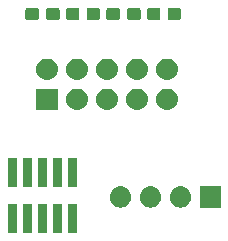
<source format=gbr>
%TF.GenerationSoftware,KiCad,Pcbnew,5.0.2*%
%TF.CreationDate,2019-04-27T21:36:03+08:00*%
%TF.ProjectId,aw-sd-dbg,61772d73-642d-4646-9267-2e6b69636164,rev?*%
%TF.SameCoordinates,Original*%
%TF.FileFunction,Soldermask,Top*%
%TF.FilePolarity,Negative*%
%FSLAX46Y46*%
G04 Gerber Fmt 4.6, Leading zero omitted, Abs format (unit mm)*
G04 Created by KiCad (PCBNEW 5.0.2) date 2019年04月27日 星期六 21时36分03秒*
%MOMM*%
%LPD*%
G01*
G04 APERTURE LIST*
%ADD10C,0.350000*%
G04 APERTURE END LIST*
D10*
G36*
X112562000Y-58446000D02*
X111720000Y-58446000D01*
X111720000Y-55944000D01*
X112562000Y-55944000D01*
X112562000Y-58446000D01*
X112562000Y-58446000D01*
G37*
G36*
X113832000Y-58446000D02*
X112990000Y-58446000D01*
X112990000Y-55944000D01*
X113832000Y-55944000D01*
X113832000Y-58446000D01*
X113832000Y-58446000D01*
G37*
G36*
X115102000Y-58446000D02*
X114260000Y-58446000D01*
X114260000Y-55944000D01*
X115102000Y-55944000D01*
X115102000Y-58446000D01*
X115102000Y-58446000D01*
G37*
G36*
X110022000Y-58446000D02*
X109180000Y-58446000D01*
X109180000Y-55944000D01*
X110022000Y-55944000D01*
X110022000Y-58446000D01*
X110022000Y-58446000D01*
G37*
G36*
X111292000Y-58446000D02*
X110450000Y-58446000D01*
X110450000Y-55944000D01*
X111292000Y-55944000D01*
X111292000Y-58446000D01*
X111292000Y-58446000D01*
G37*
G36*
X123935443Y-54477519D02*
X124001627Y-54484037D01*
X124114853Y-54518384D01*
X124171467Y-54535557D01*
X124310087Y-54609652D01*
X124327991Y-54619222D01*
X124363729Y-54648552D01*
X124465186Y-54731814D01*
X124548448Y-54833271D01*
X124577778Y-54869009D01*
X124577779Y-54869011D01*
X124661443Y-55025533D01*
X124661443Y-55025534D01*
X124712963Y-55195373D01*
X124730359Y-55372000D01*
X124712963Y-55548627D01*
X124678616Y-55661853D01*
X124661443Y-55718467D01*
X124587348Y-55857087D01*
X124577778Y-55874991D01*
X124548448Y-55910729D01*
X124465186Y-56012186D01*
X124363729Y-56095448D01*
X124327991Y-56124778D01*
X124327989Y-56124779D01*
X124171467Y-56208443D01*
X124114853Y-56225616D01*
X124001627Y-56259963D01*
X123935443Y-56266481D01*
X123869260Y-56273000D01*
X123780740Y-56273000D01*
X123714557Y-56266481D01*
X123648373Y-56259963D01*
X123535147Y-56225616D01*
X123478533Y-56208443D01*
X123322011Y-56124779D01*
X123322009Y-56124778D01*
X123286271Y-56095448D01*
X123184814Y-56012186D01*
X123101552Y-55910729D01*
X123072222Y-55874991D01*
X123062652Y-55857087D01*
X122988557Y-55718467D01*
X122971384Y-55661853D01*
X122937037Y-55548627D01*
X122919641Y-55372000D01*
X122937037Y-55195373D01*
X122988557Y-55025534D01*
X122988557Y-55025533D01*
X123072221Y-54869011D01*
X123072222Y-54869009D01*
X123101552Y-54833271D01*
X123184814Y-54731814D01*
X123286271Y-54648552D01*
X123322009Y-54619222D01*
X123339913Y-54609652D01*
X123478533Y-54535557D01*
X123535147Y-54518384D01*
X123648373Y-54484037D01*
X123714557Y-54477519D01*
X123780740Y-54471000D01*
X123869260Y-54471000D01*
X123935443Y-54477519D01*
X123935443Y-54477519D01*
G37*
G36*
X118855443Y-54477519D02*
X118921627Y-54484037D01*
X119034853Y-54518384D01*
X119091467Y-54535557D01*
X119230087Y-54609652D01*
X119247991Y-54619222D01*
X119283729Y-54648552D01*
X119385186Y-54731814D01*
X119468448Y-54833271D01*
X119497778Y-54869009D01*
X119497779Y-54869011D01*
X119581443Y-55025533D01*
X119581443Y-55025534D01*
X119632963Y-55195373D01*
X119650359Y-55372000D01*
X119632963Y-55548627D01*
X119598616Y-55661853D01*
X119581443Y-55718467D01*
X119507348Y-55857087D01*
X119497778Y-55874991D01*
X119468448Y-55910729D01*
X119385186Y-56012186D01*
X119283729Y-56095448D01*
X119247991Y-56124778D01*
X119247989Y-56124779D01*
X119091467Y-56208443D01*
X119034853Y-56225616D01*
X118921627Y-56259963D01*
X118855443Y-56266481D01*
X118789260Y-56273000D01*
X118700740Y-56273000D01*
X118634557Y-56266481D01*
X118568373Y-56259963D01*
X118455147Y-56225616D01*
X118398533Y-56208443D01*
X118242011Y-56124779D01*
X118242009Y-56124778D01*
X118206271Y-56095448D01*
X118104814Y-56012186D01*
X118021552Y-55910729D01*
X117992222Y-55874991D01*
X117982652Y-55857087D01*
X117908557Y-55718467D01*
X117891384Y-55661853D01*
X117857037Y-55548627D01*
X117839641Y-55372000D01*
X117857037Y-55195373D01*
X117908557Y-55025534D01*
X117908557Y-55025533D01*
X117992221Y-54869011D01*
X117992222Y-54869009D01*
X118021552Y-54833271D01*
X118104814Y-54731814D01*
X118206271Y-54648552D01*
X118242009Y-54619222D01*
X118259913Y-54609652D01*
X118398533Y-54535557D01*
X118455147Y-54518384D01*
X118568373Y-54484037D01*
X118634557Y-54477519D01*
X118700740Y-54471000D01*
X118789260Y-54471000D01*
X118855443Y-54477519D01*
X118855443Y-54477519D01*
G37*
G36*
X121395443Y-54477519D02*
X121461627Y-54484037D01*
X121574853Y-54518384D01*
X121631467Y-54535557D01*
X121770087Y-54609652D01*
X121787991Y-54619222D01*
X121823729Y-54648552D01*
X121925186Y-54731814D01*
X122008448Y-54833271D01*
X122037778Y-54869009D01*
X122037779Y-54869011D01*
X122121443Y-55025533D01*
X122121443Y-55025534D01*
X122172963Y-55195373D01*
X122190359Y-55372000D01*
X122172963Y-55548627D01*
X122138616Y-55661853D01*
X122121443Y-55718467D01*
X122047348Y-55857087D01*
X122037778Y-55874991D01*
X122008448Y-55910729D01*
X121925186Y-56012186D01*
X121823729Y-56095448D01*
X121787991Y-56124778D01*
X121787989Y-56124779D01*
X121631467Y-56208443D01*
X121574853Y-56225616D01*
X121461627Y-56259963D01*
X121395443Y-56266481D01*
X121329260Y-56273000D01*
X121240740Y-56273000D01*
X121174557Y-56266481D01*
X121108373Y-56259963D01*
X120995147Y-56225616D01*
X120938533Y-56208443D01*
X120782011Y-56124779D01*
X120782009Y-56124778D01*
X120746271Y-56095448D01*
X120644814Y-56012186D01*
X120561552Y-55910729D01*
X120532222Y-55874991D01*
X120522652Y-55857087D01*
X120448557Y-55718467D01*
X120431384Y-55661853D01*
X120397037Y-55548627D01*
X120379641Y-55372000D01*
X120397037Y-55195373D01*
X120448557Y-55025534D01*
X120448557Y-55025533D01*
X120532221Y-54869011D01*
X120532222Y-54869009D01*
X120561552Y-54833271D01*
X120644814Y-54731814D01*
X120746271Y-54648552D01*
X120782009Y-54619222D01*
X120799913Y-54609652D01*
X120938533Y-54535557D01*
X120995147Y-54518384D01*
X121108373Y-54484037D01*
X121174557Y-54477519D01*
X121240740Y-54471000D01*
X121329260Y-54471000D01*
X121395443Y-54477519D01*
X121395443Y-54477519D01*
G37*
G36*
X127266000Y-56273000D02*
X125464000Y-56273000D01*
X125464000Y-54471000D01*
X127266000Y-54471000D01*
X127266000Y-56273000D01*
X127266000Y-56273000D01*
G37*
G36*
X113832000Y-54546000D02*
X112990000Y-54546000D01*
X112990000Y-52044000D01*
X113832000Y-52044000D01*
X113832000Y-54546000D01*
X113832000Y-54546000D01*
G37*
G36*
X112562000Y-54546000D02*
X111720000Y-54546000D01*
X111720000Y-52044000D01*
X112562000Y-52044000D01*
X112562000Y-54546000D01*
X112562000Y-54546000D01*
G37*
G36*
X111292000Y-54546000D02*
X110450000Y-54546000D01*
X110450000Y-52044000D01*
X111292000Y-52044000D01*
X111292000Y-54546000D01*
X111292000Y-54546000D01*
G37*
G36*
X115102000Y-54546000D02*
X114260000Y-54546000D01*
X114260000Y-52044000D01*
X115102000Y-52044000D01*
X115102000Y-54546000D01*
X115102000Y-54546000D01*
G37*
G36*
X110022000Y-54546000D02*
X109180000Y-54546000D01*
X109180000Y-52044000D01*
X110022000Y-52044000D01*
X110022000Y-54546000D01*
X110022000Y-54546000D01*
G37*
G36*
X122861294Y-46215633D02*
X123033694Y-46267931D01*
X123033696Y-46267932D01*
X123192583Y-46352859D01*
X123192585Y-46352860D01*
X123192584Y-46352860D01*
X123331849Y-46467151D01*
X123446140Y-46606416D01*
X123531069Y-46765306D01*
X123583367Y-46937706D01*
X123601025Y-47117000D01*
X123583367Y-47296294D01*
X123531069Y-47468694D01*
X123531068Y-47468696D01*
X123446141Y-47627583D01*
X123331849Y-47766849D01*
X123192583Y-47881141D01*
X123033696Y-47966068D01*
X123033694Y-47966069D01*
X122861294Y-48018367D01*
X122726931Y-48031600D01*
X122637069Y-48031600D01*
X122502706Y-48018367D01*
X122330306Y-47966069D01*
X122330304Y-47966068D01*
X122171417Y-47881141D01*
X122032151Y-47766849D01*
X121917859Y-47627583D01*
X121832932Y-47468696D01*
X121832931Y-47468694D01*
X121780633Y-47296294D01*
X121762975Y-47117000D01*
X121780633Y-46937706D01*
X121832931Y-46765306D01*
X121917860Y-46606416D01*
X122032151Y-46467151D01*
X122171416Y-46352860D01*
X122171415Y-46352860D01*
X122171417Y-46352859D01*
X122330304Y-46267932D01*
X122330306Y-46267931D01*
X122502706Y-46215633D01*
X122637069Y-46202400D01*
X122726931Y-46202400D01*
X122861294Y-46215633D01*
X122861294Y-46215633D01*
G37*
G36*
X117781294Y-46215633D02*
X117953694Y-46267931D01*
X117953696Y-46267932D01*
X118112583Y-46352859D01*
X118112585Y-46352860D01*
X118112584Y-46352860D01*
X118251849Y-46467151D01*
X118366140Y-46606416D01*
X118451069Y-46765306D01*
X118503367Y-46937706D01*
X118521025Y-47117000D01*
X118503367Y-47296294D01*
X118451069Y-47468694D01*
X118451068Y-47468696D01*
X118366141Y-47627583D01*
X118251849Y-47766849D01*
X118112583Y-47881141D01*
X117953696Y-47966068D01*
X117953694Y-47966069D01*
X117781294Y-48018367D01*
X117646931Y-48031600D01*
X117557069Y-48031600D01*
X117422706Y-48018367D01*
X117250306Y-47966069D01*
X117250304Y-47966068D01*
X117091417Y-47881141D01*
X116952151Y-47766849D01*
X116837859Y-47627583D01*
X116752932Y-47468696D01*
X116752931Y-47468694D01*
X116700633Y-47296294D01*
X116682975Y-47117000D01*
X116700633Y-46937706D01*
X116752931Y-46765306D01*
X116837860Y-46606416D01*
X116952151Y-46467151D01*
X117091416Y-46352860D01*
X117091415Y-46352860D01*
X117091417Y-46352859D01*
X117250304Y-46267932D01*
X117250306Y-46267931D01*
X117422706Y-46215633D01*
X117557069Y-46202400D01*
X117646931Y-46202400D01*
X117781294Y-46215633D01*
X117781294Y-46215633D01*
G37*
G36*
X113436600Y-48031600D02*
X111607400Y-48031600D01*
X111607400Y-46202400D01*
X113436600Y-46202400D01*
X113436600Y-48031600D01*
X113436600Y-48031600D01*
G37*
G36*
X120321294Y-46215633D02*
X120493694Y-46267931D01*
X120493696Y-46267932D01*
X120652583Y-46352859D01*
X120652585Y-46352860D01*
X120652584Y-46352860D01*
X120791849Y-46467151D01*
X120906140Y-46606416D01*
X120991069Y-46765306D01*
X121043367Y-46937706D01*
X121061025Y-47117000D01*
X121043367Y-47296294D01*
X120991069Y-47468694D01*
X120991068Y-47468696D01*
X120906141Y-47627583D01*
X120791849Y-47766849D01*
X120652583Y-47881141D01*
X120493696Y-47966068D01*
X120493694Y-47966069D01*
X120321294Y-48018367D01*
X120186931Y-48031600D01*
X120097069Y-48031600D01*
X119962706Y-48018367D01*
X119790306Y-47966069D01*
X119790304Y-47966068D01*
X119631417Y-47881141D01*
X119492151Y-47766849D01*
X119377859Y-47627583D01*
X119292932Y-47468696D01*
X119292931Y-47468694D01*
X119240633Y-47296294D01*
X119222975Y-47117000D01*
X119240633Y-46937706D01*
X119292931Y-46765306D01*
X119377860Y-46606416D01*
X119492151Y-46467151D01*
X119631416Y-46352860D01*
X119631415Y-46352860D01*
X119631417Y-46352859D01*
X119790304Y-46267932D01*
X119790306Y-46267931D01*
X119962706Y-46215633D01*
X120097069Y-46202400D01*
X120186931Y-46202400D01*
X120321294Y-46215633D01*
X120321294Y-46215633D01*
G37*
G36*
X115241294Y-46215633D02*
X115413694Y-46267931D01*
X115413696Y-46267932D01*
X115572583Y-46352859D01*
X115572585Y-46352860D01*
X115572584Y-46352860D01*
X115711849Y-46467151D01*
X115826140Y-46606416D01*
X115911069Y-46765306D01*
X115963367Y-46937706D01*
X115981025Y-47117000D01*
X115963367Y-47296294D01*
X115911069Y-47468694D01*
X115911068Y-47468696D01*
X115826141Y-47627583D01*
X115711849Y-47766849D01*
X115572583Y-47881141D01*
X115413696Y-47966068D01*
X115413694Y-47966069D01*
X115241294Y-48018367D01*
X115106931Y-48031600D01*
X115017069Y-48031600D01*
X114882706Y-48018367D01*
X114710306Y-47966069D01*
X114710304Y-47966068D01*
X114551417Y-47881141D01*
X114412151Y-47766849D01*
X114297859Y-47627583D01*
X114212932Y-47468696D01*
X114212931Y-47468694D01*
X114160633Y-47296294D01*
X114142975Y-47117000D01*
X114160633Y-46937706D01*
X114212931Y-46765306D01*
X114297860Y-46606416D01*
X114412151Y-46467151D01*
X114551416Y-46352860D01*
X114551415Y-46352860D01*
X114551417Y-46352859D01*
X114710304Y-46267932D01*
X114710306Y-46267931D01*
X114882706Y-46215633D01*
X115017069Y-46202400D01*
X115106931Y-46202400D01*
X115241294Y-46215633D01*
X115241294Y-46215633D01*
G37*
G36*
X122861294Y-43675633D02*
X123033694Y-43727931D01*
X123033696Y-43727932D01*
X123192583Y-43812859D01*
X123192585Y-43812860D01*
X123192584Y-43812860D01*
X123331849Y-43927151D01*
X123446140Y-44066416D01*
X123531069Y-44225306D01*
X123583367Y-44397706D01*
X123601025Y-44577000D01*
X123583367Y-44756294D01*
X123531069Y-44928694D01*
X123531068Y-44928696D01*
X123446141Y-45087583D01*
X123331849Y-45226849D01*
X123192583Y-45341141D01*
X123033696Y-45426068D01*
X123033694Y-45426069D01*
X122861294Y-45478367D01*
X122726931Y-45491600D01*
X122637069Y-45491600D01*
X122502706Y-45478367D01*
X122330306Y-45426069D01*
X122330304Y-45426068D01*
X122171417Y-45341141D01*
X122032151Y-45226849D01*
X121917859Y-45087583D01*
X121832932Y-44928696D01*
X121832931Y-44928694D01*
X121780633Y-44756294D01*
X121762975Y-44577000D01*
X121780633Y-44397706D01*
X121832931Y-44225306D01*
X121917860Y-44066416D01*
X122032151Y-43927151D01*
X122171416Y-43812860D01*
X122171415Y-43812860D01*
X122171417Y-43812859D01*
X122330304Y-43727932D01*
X122330306Y-43727931D01*
X122502706Y-43675633D01*
X122637069Y-43662400D01*
X122726931Y-43662400D01*
X122861294Y-43675633D01*
X122861294Y-43675633D01*
G37*
G36*
X112701294Y-43675633D02*
X112873694Y-43727931D01*
X112873696Y-43727932D01*
X113032583Y-43812859D01*
X113032585Y-43812860D01*
X113032584Y-43812860D01*
X113171849Y-43927151D01*
X113286140Y-44066416D01*
X113371069Y-44225306D01*
X113423367Y-44397706D01*
X113441025Y-44577000D01*
X113423367Y-44756294D01*
X113371069Y-44928694D01*
X113371068Y-44928696D01*
X113286141Y-45087583D01*
X113171849Y-45226849D01*
X113032583Y-45341141D01*
X112873696Y-45426068D01*
X112873694Y-45426069D01*
X112701294Y-45478367D01*
X112566931Y-45491600D01*
X112477069Y-45491600D01*
X112342706Y-45478367D01*
X112170306Y-45426069D01*
X112170304Y-45426068D01*
X112011417Y-45341141D01*
X111872151Y-45226849D01*
X111757859Y-45087583D01*
X111672932Y-44928696D01*
X111672931Y-44928694D01*
X111620633Y-44756294D01*
X111602975Y-44577000D01*
X111620633Y-44397706D01*
X111672931Y-44225306D01*
X111757860Y-44066416D01*
X111872151Y-43927151D01*
X112011416Y-43812860D01*
X112011415Y-43812860D01*
X112011417Y-43812859D01*
X112170304Y-43727932D01*
X112170306Y-43727931D01*
X112342706Y-43675633D01*
X112477069Y-43662400D01*
X112566931Y-43662400D01*
X112701294Y-43675633D01*
X112701294Y-43675633D01*
G37*
G36*
X117781294Y-43675633D02*
X117953694Y-43727931D01*
X117953696Y-43727932D01*
X118112583Y-43812859D01*
X118112585Y-43812860D01*
X118112584Y-43812860D01*
X118251849Y-43927151D01*
X118366140Y-44066416D01*
X118451069Y-44225306D01*
X118503367Y-44397706D01*
X118521025Y-44577000D01*
X118503367Y-44756294D01*
X118451069Y-44928694D01*
X118451068Y-44928696D01*
X118366141Y-45087583D01*
X118251849Y-45226849D01*
X118112583Y-45341141D01*
X117953696Y-45426068D01*
X117953694Y-45426069D01*
X117781294Y-45478367D01*
X117646931Y-45491600D01*
X117557069Y-45491600D01*
X117422706Y-45478367D01*
X117250306Y-45426069D01*
X117250304Y-45426068D01*
X117091417Y-45341141D01*
X116952151Y-45226849D01*
X116837859Y-45087583D01*
X116752932Y-44928696D01*
X116752931Y-44928694D01*
X116700633Y-44756294D01*
X116682975Y-44577000D01*
X116700633Y-44397706D01*
X116752931Y-44225306D01*
X116837860Y-44066416D01*
X116952151Y-43927151D01*
X117091416Y-43812860D01*
X117091415Y-43812860D01*
X117091417Y-43812859D01*
X117250304Y-43727932D01*
X117250306Y-43727931D01*
X117422706Y-43675633D01*
X117557069Y-43662400D01*
X117646931Y-43662400D01*
X117781294Y-43675633D01*
X117781294Y-43675633D01*
G37*
G36*
X115241294Y-43675633D02*
X115413694Y-43727931D01*
X115413696Y-43727932D01*
X115572583Y-43812859D01*
X115572585Y-43812860D01*
X115572584Y-43812860D01*
X115711849Y-43927151D01*
X115826140Y-44066416D01*
X115911069Y-44225306D01*
X115963367Y-44397706D01*
X115981025Y-44577000D01*
X115963367Y-44756294D01*
X115911069Y-44928694D01*
X115911068Y-44928696D01*
X115826141Y-45087583D01*
X115711849Y-45226849D01*
X115572583Y-45341141D01*
X115413696Y-45426068D01*
X115413694Y-45426069D01*
X115241294Y-45478367D01*
X115106931Y-45491600D01*
X115017069Y-45491600D01*
X114882706Y-45478367D01*
X114710306Y-45426069D01*
X114710304Y-45426068D01*
X114551417Y-45341141D01*
X114412151Y-45226849D01*
X114297859Y-45087583D01*
X114212932Y-44928696D01*
X114212931Y-44928694D01*
X114160633Y-44756294D01*
X114142975Y-44577000D01*
X114160633Y-44397706D01*
X114212931Y-44225306D01*
X114297860Y-44066416D01*
X114412151Y-43927151D01*
X114551416Y-43812860D01*
X114551415Y-43812860D01*
X114551417Y-43812859D01*
X114710304Y-43727932D01*
X114710306Y-43727931D01*
X114882706Y-43675633D01*
X115017069Y-43662400D01*
X115106931Y-43662400D01*
X115241294Y-43675633D01*
X115241294Y-43675633D01*
G37*
G36*
X120321294Y-43675633D02*
X120493694Y-43727931D01*
X120493696Y-43727932D01*
X120652583Y-43812859D01*
X120652585Y-43812860D01*
X120652584Y-43812860D01*
X120791849Y-43927151D01*
X120906140Y-44066416D01*
X120991069Y-44225306D01*
X121043367Y-44397706D01*
X121061025Y-44577000D01*
X121043367Y-44756294D01*
X120991069Y-44928694D01*
X120991068Y-44928696D01*
X120906141Y-45087583D01*
X120791849Y-45226849D01*
X120652583Y-45341141D01*
X120493696Y-45426068D01*
X120493694Y-45426069D01*
X120321294Y-45478367D01*
X120186931Y-45491600D01*
X120097069Y-45491600D01*
X119962706Y-45478367D01*
X119790306Y-45426069D01*
X119790304Y-45426068D01*
X119631417Y-45341141D01*
X119492151Y-45226849D01*
X119377859Y-45087583D01*
X119292932Y-44928696D01*
X119292931Y-44928694D01*
X119240633Y-44756294D01*
X119222975Y-44577000D01*
X119240633Y-44397706D01*
X119292931Y-44225306D01*
X119377860Y-44066416D01*
X119492151Y-43927151D01*
X119631416Y-43812860D01*
X119631415Y-43812860D01*
X119631417Y-43812859D01*
X119790304Y-43727932D01*
X119790306Y-43727931D01*
X119962706Y-43675633D01*
X120097069Y-43662400D01*
X120186931Y-43662400D01*
X120321294Y-43675633D01*
X120321294Y-43675633D01*
G37*
G36*
X120288499Y-39356445D02*
X120325993Y-39367819D01*
X120360557Y-39386294D01*
X120390847Y-39411153D01*
X120415706Y-39441443D01*
X120434181Y-39476007D01*
X120445555Y-39513501D01*
X120450000Y-39558638D01*
X120450000Y-40197362D01*
X120445555Y-40242499D01*
X120434181Y-40279993D01*
X120415706Y-40314557D01*
X120390847Y-40344847D01*
X120360557Y-40369706D01*
X120325993Y-40388181D01*
X120288499Y-40399555D01*
X120243362Y-40404000D01*
X119504638Y-40404000D01*
X119459501Y-40399555D01*
X119422007Y-40388181D01*
X119387443Y-40369706D01*
X119357153Y-40344847D01*
X119332294Y-40314557D01*
X119313819Y-40279993D01*
X119302445Y-40242499D01*
X119298000Y-40197362D01*
X119298000Y-39558638D01*
X119302445Y-39513501D01*
X119313819Y-39476007D01*
X119332294Y-39441443D01*
X119357153Y-39411153D01*
X119387443Y-39386294D01*
X119422007Y-39367819D01*
X119459501Y-39356445D01*
X119504638Y-39352000D01*
X120243362Y-39352000D01*
X120288499Y-39356445D01*
X120288499Y-39356445D01*
G37*
G36*
X118538499Y-39356445D02*
X118575993Y-39367819D01*
X118610557Y-39386294D01*
X118640847Y-39411153D01*
X118665706Y-39441443D01*
X118684181Y-39476007D01*
X118695555Y-39513501D01*
X118700000Y-39558638D01*
X118700000Y-40197362D01*
X118695555Y-40242499D01*
X118684181Y-40279993D01*
X118665706Y-40314557D01*
X118640847Y-40344847D01*
X118610557Y-40369706D01*
X118575993Y-40388181D01*
X118538499Y-40399555D01*
X118493362Y-40404000D01*
X117754638Y-40404000D01*
X117709501Y-40399555D01*
X117672007Y-40388181D01*
X117637443Y-40369706D01*
X117607153Y-40344847D01*
X117582294Y-40314557D01*
X117563819Y-40279993D01*
X117552445Y-40242499D01*
X117548000Y-40197362D01*
X117548000Y-39558638D01*
X117552445Y-39513501D01*
X117563819Y-39476007D01*
X117582294Y-39441443D01*
X117607153Y-39411153D01*
X117637443Y-39386294D01*
X117672007Y-39367819D01*
X117709501Y-39356445D01*
X117754638Y-39352000D01*
X118493362Y-39352000D01*
X118538499Y-39356445D01*
X118538499Y-39356445D01*
G37*
G36*
X116859499Y-39356445D02*
X116896993Y-39367819D01*
X116931557Y-39386294D01*
X116961847Y-39411153D01*
X116986706Y-39441443D01*
X117005181Y-39476007D01*
X117016555Y-39513501D01*
X117021000Y-39558638D01*
X117021000Y-40197362D01*
X117016555Y-40242499D01*
X117005181Y-40279993D01*
X116986706Y-40314557D01*
X116961847Y-40344847D01*
X116931557Y-40369706D01*
X116896993Y-40388181D01*
X116859499Y-40399555D01*
X116814362Y-40404000D01*
X116075638Y-40404000D01*
X116030501Y-40399555D01*
X115993007Y-40388181D01*
X115958443Y-40369706D01*
X115928153Y-40344847D01*
X115903294Y-40314557D01*
X115884819Y-40279993D01*
X115873445Y-40242499D01*
X115869000Y-40197362D01*
X115869000Y-39558638D01*
X115873445Y-39513501D01*
X115884819Y-39476007D01*
X115903294Y-39441443D01*
X115928153Y-39411153D01*
X115958443Y-39386294D01*
X115993007Y-39367819D01*
X116030501Y-39356445D01*
X116075638Y-39352000D01*
X116814362Y-39352000D01*
X116859499Y-39356445D01*
X116859499Y-39356445D01*
G37*
G36*
X115109499Y-39356445D02*
X115146993Y-39367819D01*
X115181557Y-39386294D01*
X115211847Y-39411153D01*
X115236706Y-39441443D01*
X115255181Y-39476007D01*
X115266555Y-39513501D01*
X115271000Y-39558638D01*
X115271000Y-40197362D01*
X115266555Y-40242499D01*
X115255181Y-40279993D01*
X115236706Y-40314557D01*
X115211847Y-40344847D01*
X115181557Y-40369706D01*
X115146993Y-40388181D01*
X115109499Y-40399555D01*
X115064362Y-40404000D01*
X114325638Y-40404000D01*
X114280501Y-40399555D01*
X114243007Y-40388181D01*
X114208443Y-40369706D01*
X114178153Y-40344847D01*
X114153294Y-40314557D01*
X114134819Y-40279993D01*
X114123445Y-40242499D01*
X114119000Y-40197362D01*
X114119000Y-39558638D01*
X114123445Y-39513501D01*
X114134819Y-39476007D01*
X114153294Y-39441443D01*
X114178153Y-39411153D01*
X114208443Y-39386294D01*
X114243007Y-39367819D01*
X114280501Y-39356445D01*
X114325638Y-39352000D01*
X115064362Y-39352000D01*
X115109499Y-39356445D01*
X115109499Y-39356445D01*
G37*
G36*
X113430499Y-39356445D02*
X113467993Y-39367819D01*
X113502557Y-39386294D01*
X113532847Y-39411153D01*
X113557706Y-39441443D01*
X113576181Y-39476007D01*
X113587555Y-39513501D01*
X113592000Y-39558638D01*
X113592000Y-40197362D01*
X113587555Y-40242499D01*
X113576181Y-40279993D01*
X113557706Y-40314557D01*
X113532847Y-40344847D01*
X113502557Y-40369706D01*
X113467993Y-40388181D01*
X113430499Y-40399555D01*
X113385362Y-40404000D01*
X112646638Y-40404000D01*
X112601501Y-40399555D01*
X112564007Y-40388181D01*
X112529443Y-40369706D01*
X112499153Y-40344847D01*
X112474294Y-40314557D01*
X112455819Y-40279993D01*
X112444445Y-40242499D01*
X112440000Y-40197362D01*
X112440000Y-39558638D01*
X112444445Y-39513501D01*
X112455819Y-39476007D01*
X112474294Y-39441443D01*
X112499153Y-39411153D01*
X112529443Y-39386294D01*
X112564007Y-39367819D01*
X112601501Y-39356445D01*
X112646638Y-39352000D01*
X113385362Y-39352000D01*
X113430499Y-39356445D01*
X113430499Y-39356445D01*
G37*
G36*
X111680499Y-39356445D02*
X111717993Y-39367819D01*
X111752557Y-39386294D01*
X111782847Y-39411153D01*
X111807706Y-39441443D01*
X111826181Y-39476007D01*
X111837555Y-39513501D01*
X111842000Y-39558638D01*
X111842000Y-40197362D01*
X111837555Y-40242499D01*
X111826181Y-40279993D01*
X111807706Y-40314557D01*
X111782847Y-40344847D01*
X111752557Y-40369706D01*
X111717993Y-40388181D01*
X111680499Y-40399555D01*
X111635362Y-40404000D01*
X110896638Y-40404000D01*
X110851501Y-40399555D01*
X110814007Y-40388181D01*
X110779443Y-40369706D01*
X110749153Y-40344847D01*
X110724294Y-40314557D01*
X110705819Y-40279993D01*
X110694445Y-40242499D01*
X110690000Y-40197362D01*
X110690000Y-39558638D01*
X110694445Y-39513501D01*
X110705819Y-39476007D01*
X110724294Y-39441443D01*
X110749153Y-39411153D01*
X110779443Y-39386294D01*
X110814007Y-39367819D01*
X110851501Y-39356445D01*
X110896638Y-39352000D01*
X111635362Y-39352000D01*
X111680499Y-39356445D01*
X111680499Y-39356445D01*
G37*
G36*
X123717499Y-39356445D02*
X123754993Y-39367819D01*
X123789557Y-39386294D01*
X123819847Y-39411153D01*
X123844706Y-39441443D01*
X123863181Y-39476007D01*
X123874555Y-39513501D01*
X123879000Y-39558638D01*
X123879000Y-40197362D01*
X123874555Y-40242499D01*
X123863181Y-40279993D01*
X123844706Y-40314557D01*
X123819847Y-40344847D01*
X123789557Y-40369706D01*
X123754993Y-40388181D01*
X123717499Y-40399555D01*
X123672362Y-40404000D01*
X122933638Y-40404000D01*
X122888501Y-40399555D01*
X122851007Y-40388181D01*
X122816443Y-40369706D01*
X122786153Y-40344847D01*
X122761294Y-40314557D01*
X122742819Y-40279993D01*
X122731445Y-40242499D01*
X122727000Y-40197362D01*
X122727000Y-39558638D01*
X122731445Y-39513501D01*
X122742819Y-39476007D01*
X122761294Y-39441443D01*
X122786153Y-39411153D01*
X122816443Y-39386294D01*
X122851007Y-39367819D01*
X122888501Y-39356445D01*
X122933638Y-39352000D01*
X123672362Y-39352000D01*
X123717499Y-39356445D01*
X123717499Y-39356445D01*
G37*
G36*
X121967499Y-39356445D02*
X122004993Y-39367819D01*
X122039557Y-39386294D01*
X122069847Y-39411153D01*
X122094706Y-39441443D01*
X122113181Y-39476007D01*
X122124555Y-39513501D01*
X122129000Y-39558638D01*
X122129000Y-40197362D01*
X122124555Y-40242499D01*
X122113181Y-40279993D01*
X122094706Y-40314557D01*
X122069847Y-40344847D01*
X122039557Y-40369706D01*
X122004993Y-40388181D01*
X121967499Y-40399555D01*
X121922362Y-40404000D01*
X121183638Y-40404000D01*
X121138501Y-40399555D01*
X121101007Y-40388181D01*
X121066443Y-40369706D01*
X121036153Y-40344847D01*
X121011294Y-40314557D01*
X120992819Y-40279993D01*
X120981445Y-40242499D01*
X120977000Y-40197362D01*
X120977000Y-39558638D01*
X120981445Y-39513501D01*
X120992819Y-39476007D01*
X121011294Y-39441443D01*
X121036153Y-39411153D01*
X121066443Y-39386294D01*
X121101007Y-39367819D01*
X121138501Y-39356445D01*
X121183638Y-39352000D01*
X121922362Y-39352000D01*
X121967499Y-39356445D01*
X121967499Y-39356445D01*
G37*
M02*

</source>
